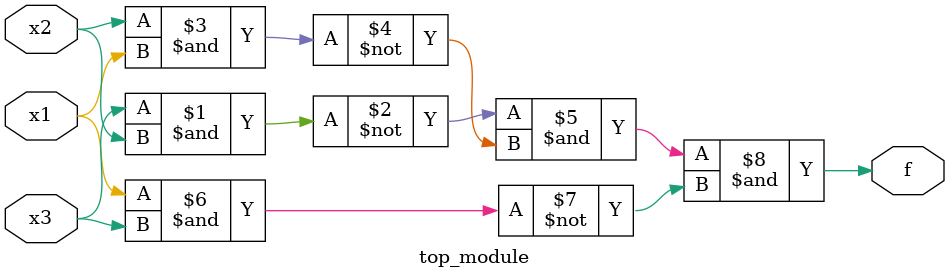
<source format=sv>
module top_module (
	input x3,
	input x2,
	input x1,
	output f
);
	assign f = ~(x3 & x2) & ~(x2 & x1) & ~(x1 & x3);
endmodule

</source>
